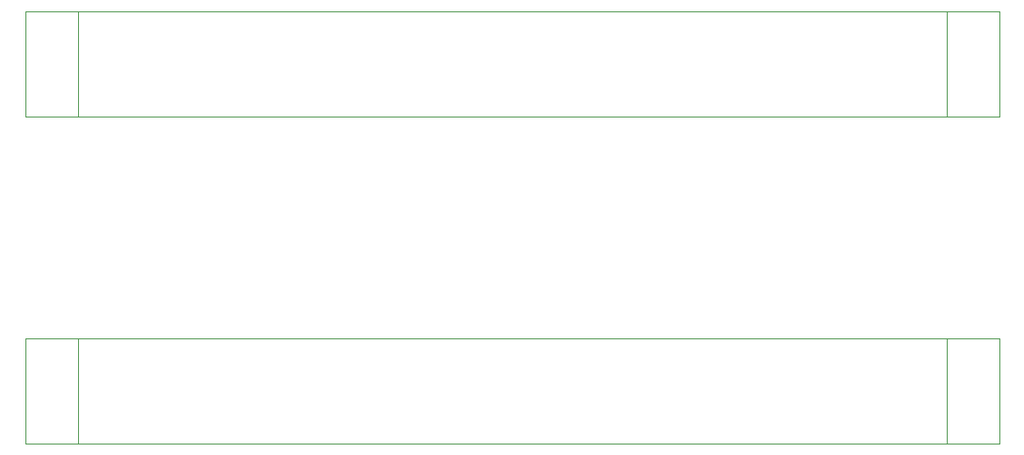
<source format=gbr>
G04 #@! TF.GenerationSoftware,KiCad,Pcbnew,8.0.2*
G04 #@! TF.CreationDate,2024-12-08T11:28:11+01:00*
G04 #@! TF.ProjectId,junior-internal-bus,6a756e69-6f72-42d6-996e-7465726e616c,rev?*
G04 #@! TF.SameCoordinates,Original*
G04 #@! TF.FileFunction,Legend,Top*
G04 #@! TF.FilePolarity,Positive*
%FSLAX46Y46*%
G04 Gerber Fmt 4.6, Leading zero omitted, Abs format (unit mm)*
G04 Created by KiCad (PCBNEW 8.0.2) date 2024-12-08 11:28:11*
%MOMM*%
%LPD*%
G01*
G04 APERTURE LIST*
%ADD10C,0.120000*%
G04 APERTURE END LIST*
D10*
X83820000Y-72580000D02*
X83820000Y-62420000D01*
X88900000Y-62420000D02*
X88900000Y-72580000D01*
X172720000Y-64960000D02*
X172720000Y-62420000D01*
X172720000Y-64960000D02*
X172720000Y-72580000D01*
X177800000Y-62420000D02*
X83820000Y-62420000D01*
X177800000Y-64960000D02*
X177800000Y-62420000D01*
X177800000Y-64960000D02*
X177800000Y-72580000D01*
X177800000Y-72580000D02*
X83820000Y-72580000D01*
X83820000Y-104180000D02*
X83820000Y-94020000D01*
X88900000Y-94020000D02*
X88900000Y-104180000D01*
X172720000Y-96560000D02*
X172720000Y-94020000D01*
X172720000Y-96560000D02*
X172720000Y-104180000D01*
X177800000Y-94020000D02*
X83820000Y-94020000D01*
X177800000Y-96560000D02*
X177800000Y-94020000D01*
X177800000Y-96560000D02*
X177800000Y-104180000D01*
X177800000Y-104180000D02*
X83820000Y-104180000D01*
M02*

</source>
